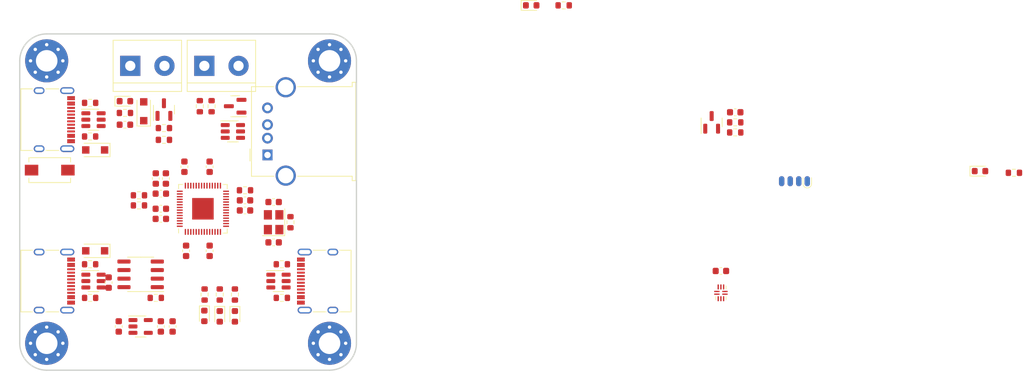
<source format=kicad_pcb>
(kicad_pcb (version 20211014) (generator pcbnew)
  (layers (0 "F.Cu" signal) (1 "In1.Cu" signal) (2 "In2.Cu" signal) (31 "B.Cu" signal) (34 "B.Paste" user) (35 "F.Paste" user) (36 "B.SilkS" user "B.Silkscreen") (37 "F.SilkS" user "F.Silkscreen") (38 "B.Mask" user) (39 "F.Mask" user) (44 "Edge.Cuts" user))
  (net 0 "")
  (net 1 "Net-(U1-Pad20)")
  (net 2 "GND")
  (net 3 "Net-(C6-Pad1)")
  (net 4 "+5V")
  (net 5 "+3V3")
  (net 14 "Net-(U1-Pad21)")
  (net 15 "+1V1")
  (net 16 "/SWCLK")
  (net 17 "/SWD")
  (net 18 "/~{RST}")
  (net 23 "Net-(U1-Pad46)")
  (net 24 "Net-(U1-Pad47)")
  (net 25 "Net-(U2-Pad7)")
  (net 26 "Net-(U1-Pad52)")
  (net 27 "Net-(U1-Pad53)")
  (net 28 "Net-(U2-Pad3)")
  (net 29 "Net-(U1-Pad55)")
  (net 30 "Net-(U1-Pad56)")
  (net 32 "Net-(J2-PadA7)")
  (net 33 "Net-(J2-PadA6)")
  (net 34 "/DUT_USB_D-")
  (net 35 "/DUT_USB_D+")
  (net 36 "Net-(J3-PadA7)")
  (net 37 "Net-(J3-PadA6)")
  (net 38 "/USB_D+")
  (net 39 "/USB_D-")
  (net 40 "/DUT_USB_S")
  (net 41 "/~{DUT_USB_OE}")
  (net 42 "Net-(J4-PadA7)")
  (net 43 "Net-(J4-PadA6)")
  (net 44 "Net-(J5-Pad3)")
  (net 45 "Net-(J5-Pad2)")
  (net 46 "Net-(D5-Pad2)")
  (net 47 "Net-(D6-Pad1)")
  (net 48 "Net-(D7-Pad1)")
  (net 49 "Net-(U1-Pad17)")
  (net 50 "Net-(D8-Pad1)")
  (net 51 "Net-(U1-Pad18)")
  (net 52 "Net-(D9-Pad1)")
  (net 53 "Net-(U1-Pad27)")
  (net 54 "Net-(D10-Pad1)")
  (net 55 "Net-(D10-Pad2)")
  (net 56 "/SENSE2")
  (net 57 "/SENSE1")
  (net 58 "Net-(D14-Pad1)")
  (net 62 "Net-(J2-PadA5)")
  (net 64 "Net-(J2-PadB5)")
  (net 66 "Net-(J3-PadA5)")
  (net 68 "Net-(J3-PadB5)")
  (net 70 "Net-(J4-PadA5)")
  (net 72 "Net-(J4-PadB5)")
  (net 74 "Net-(J8-Pad1)")
  (net 75 "Net-(Q1-Pad1)")
  (net 76 "/OUT1")
  (net 77 "/OUT2")
  (net 78 "Net-(U7-Pad4)")
  (net 79 "Net-(U7-Pad6)")
  (net 80 "/VBUS_SENSE")
  (net 81 "Net-(J3-PadA4)")
  (net 82 "VBUS")
  (net 83 "Net-(U6-Pad1)")
  (net 84 "Net-(U6-Pad7)")
  (footprint "MountingHole:MountingHole_3.2mm_M3_Pad_Via" (layer "F.Cu") (at 158.21 75)
    (fp_text reference "H1" hide)
    (fp_text value "MountingHole_Pad")
    (pad "1" thru_hole circle (at -2.4 0) (size 0.8 0.8) (drill 0.5) (layers *.Cu *.Mask))
    (pad "1" thru_hole circle (at 2.4 0) (size 0.8 0.8) (drill 0.5) (layers *.Cu *.Mask))
    (pad "1" thru_hole circle (at -1.697056 1.697056) (size 0.8 0.8) (drill 0.5) (layers *.Cu *.Mask))
    (pad "1" thru_hole circle (at -1.697056 -1.697056) (size 0.8 0.8) (drill 0.5) (layers *.Cu *.Mask))
    (pad "1" thru_hole circle (at 0 2.4) (size 0.8 0.8) (drill 0.5) (layers *.Cu *.Mask))
    (pad "1" thru_hole circle (at 1.697056 1.697056) (size 0.8 0.8) (drill 0.5) (layers *.Cu *.Mask))
    (pad "1" thru_hole circle (at 0 0) (size 6.4 6.4) (drill 3.2) (layers *.Cu *.Mask))
    (pad "1" thru_hole circle (at 0 -2.4) (size 0.8 0.8) (drill 0.5) (layers *.Cu *.Mask))
    (pad "1" thru_hole circle (at 1.697056 -1.697056) (size 0.8 0.8) (drill 0.5) (layers *.Cu *.Mask))
  )
  (footprint "Capacitor_SMD:C_0603_1608Metric" (layer "F.Cu") (at 136.66 90.75 90)
    (fp_text reference "C15" hide)
    (fp_text value "100n")
    (pad "1" smd roundrect (at -0.775 0 90) (size 0.9 0.95) (layers "F.Cu" "F.Paste" "F.Mask") (net 5 "+3V3"))
    (pad "2" smd roundrect (at 0.775 0 90) (size 0.9 0.95) (layers "F.Cu" "F.Paste" "F.Mask") (net 2 "GND"))
  )
  (footprint "Resistor_SMD:R_0603_1608Metric" (layer "F.Cu") (at 151.13 110.25 180)
    (fp_text reference "R10" hide)
    (fp_text value "22k")
    (pad "1" smd roundrect (at -0.825 0 180) (size 0.8 0.95) (layers "F.Cu" "F.Paste" "F.Mask") (net 70 "Net-(J4-PadA5)"))
    (pad "2" smd roundrect (at 0.825 0 180) (size 0.8 0.95) (layers "F.Cu" "F.Paste" "F.Mask") (net 82 "VBUS"))
  )
  (footprint "Resistor_SMD:R_0603_1608Metric" (layer "F.Cu") (at 259.85 91.65)
    (fp_text reference "R16" hide)
    (fp_text value "1k")
    (pad "1" smd roundrect (at -0.825 0) (size 0.8 0.95) (layers "F.Cu" "F.Paste" "F.Mask") (net 47 "Net-(D6-Pad1)"))
    (pad "2" smd roundrect (at 0.825 0) (size 0.8 0.95) (layers "F.Cu" "F.Paste" "F.Mask") (net 2 "GND"))
  )
  (footprint "Resistor_SMD:R_0603_1608Metric" (layer "F.Cu") (at 132.41 110.25)
    (fp_text reference "R5" hide)
    (fp_text value "10k")
    (pad "1" smd roundrect (at -0.825 0) (size 0.8 0.95) (layers "F.Cu" "F.Paste" "F.Mask") (net 5 "+3V3"))
    (pad "2" smd roundrect (at 0.825 0) (size 0.8 0.95) (layers "F.Cu" "F.Paste" "F.Mask") (net 30 "Net-(U1-Pad56)"))
  )
  (footprint "Capacitor_SMD:C_0603_1608Metric" (layer "F.Cu") (at 145.66 95.75)
    (fp_text reference "C9" hide)
    (fp_text value "100n")
    (pad "1" smd roundrect (at -0.775 0) (size 0.9 0.95) (layers "F.Cu" "F.Paste" "F.Mask") (net 15 "+1V1"))
    (pad "2" smd roundrect (at 0.775 0) (size 0.9 0.95) (layers "F.Cu" "F.Paste" "F.Mask") (net 2 "GND"))
  )
  (footprint "Resistor_SMD:R_0603_1608Metric" (layer "F.Cu") (at 140.7 81.75 90)
    (fp_text reference "R27" hide)
    (fp_text value "10k")
    (pad "1" smd roundrect (at -0.825 0 90) (size 0.8 0.95) (layers "F.Cu" "F.Paste" "F.Mask") (net 57 "/SENSE1"))
    (pad "2" smd roundrect (at 0.825 0 90) (size 0.8 0.95) (layers "F.Cu" "F.Paste" "F.Mask") (net 74 "Net-(J8-Pad1)"))
  )
  (footprint "Resistor_SMD:R_0603_1608Metric" (layer "F.Cu") (at 151.13 105.25)
    (fp_text reference "R11" hide)
    (fp_text value "22k")
    (pad "1" smd roundrect (at -0.825 0) (size 0.8 0.95) (layers "F.Cu" "F.Paste" "F.Mask") (net 82 "VBUS"))
    (pad "2" smd roundrect (at 0.825 0) (size 0.8 0.95) (layers "F.Cu" "F.Paste" "F.Mask") (net 72 "Net-(J4-PadB5)"))
  )
  (footprint "Resistor_SMD:R_0603_1608Metric" (layer "F.Cu") (at 144.16 109.75 90)
    (fp_text reference "R19" hide)
    (fp_text value "1k")
    (pad "1" smd roundrect (at -0.825 0 90) (size 0.8 0.95) (layers "F.Cu" "F.Paste" "F.Mask") (net 52 "Net-(D9-Pad1)"))
    (pad "2" smd roundrect (at 0.825 0 90) (size 0.8 0.95) (layers "F.Cu" "F.Paste" "F.Mask") (net 2 "GND"))
  )
  (footprint "Capacitor_SMD:C_0603_1608Metric" (layer "F.Cu") (at 126.91 114.5 90)
    (fp_text reference "C1" hide)
    (fp_text value "1u")
    (pad "1" smd roundrect (at -0.775 0 90) (size 0.9 0.95) (layers "F.Cu" "F.Paste" "F.Mask") (net 2 "GND"))
    (pad "2" smd roundrect (at 0.775 0 90) (size 0.9 0.95) (layers "F.Cu" "F.Paste" "F.Mask") (net 4 "+5V"))
  )
  (footprint "TerminalBlock:TerminalBlock_bornier-2_P5.08mm" (layer "F.Cu") (at 128.62 75.75)
    (fp_text reference "J6" hide)
    (fp_text value "OUT1")
    (pad "1" thru_hole rect (at 0 0) (size 3 3) (drill 1.52) (layers *.Cu *.Mask) (net 58 "Net-(D14-Pad1)"))
    (pad "2" thru_hole circle (at 5.08 0) (size 3 3) (drill 1.52) (layers *.Cu *.Mask) (net 54 "Net-(D10-Pad1)"))
  )
  (footprint "Connector_USB:USB_C_Receptacle_XKB_U262-16XN-4BVC11" (layer "F.Cu") (at 157.63 107.75 90)
    (fp_text reference "J4" hide)
    (fp_text value "USB_C_2.0")
    (pad "" np_thru_hole circle (at -2.89 -2.605 90) (size 0.65 0.65) (drill 0.65) (layers *.Cu *.Mask))
    (pad "" np_thru_hole circle (at 2.89 -2.605 90) (size 0.65 0.65) (drill 0.65) (layers *.Cu *.Mask))
    (pad "A1" smd rect (at -3.35 -3.67 90) (size 0.3 1.15) (layers "F.Cu" "F.Paste" "F.Mask") (net 2 "GND"))
    (pad "A4" smd rect (at -2.55 -3.67 90) (size 0.3 1.15) (layers "F.Cu" "F.Paste" "F.Mask") (net 82 "VBUS"))
    (pad "A5" smd rect (at -1.25 -3.67 90) (size 0.3 1.15) (layers "F.Cu" "F.Paste" "F.Mask") (net 70 "Net-(J4-PadA5)"))
    (pad "A6" smd rect (at -0.25 -3.67 90) (size 0.3 1.15) (layers "F.Cu" "F.Paste" "F.Mask") (net 43 "Net-(J4-PadA6)"))
    (pad "A7" smd rect (at 0.25 -3.67 90) (size 0.3 1.15) (layers "F.Cu" "F.Paste" "F.Mask") (net 42 "Net-(J4-PadA7)"))
    (pad "A8" smd rect (at 1.25 -3.67 90) (size 0.3 1.15) (layers "F.Cu" "F.Paste" "F.Mask"))
    (pad "A9" smd rect (at 2.55 -3.67 90) (size 0.3 1.15) (layers "F.Cu" "F.Paste" "F.Mask") (net 82 "VBUS"))
    (pad "A12" smd rect (at 3.35 -3.67 90) (size 0.3 1.15) (layers "F.Cu" "F.Paste" "F.Mask") (net 2 "GND"))
    (pad "B1" smd rect (at 3.05 -3.67 90) (size 0.3 1.15) (layers "F.Cu" "F.Paste" "F.Mask") (net 2 "GND"))
    (pad "B4" smd rect (at 2.25 -3.67 90) (size 0.3 1.15) (layers "F.Cu" "F.Paste" "F.Mask") (net 82 "VBUS"))
    (pad "B5" smd rect (at 1.75 -3.67 90) (size 0.3 1.15) (layers "F.Cu" "F.Paste" "F.Mask") (net 72 "Net-(J4-PadB5)"))
    (pad "B6" smd rect (at 0.75 -3.67 90) (size 0.3 1.15) (layers "F.Cu" "F.Paste" "F.Mask") (net 43 "Net-(J4-PadA6)"))
    (pad "B7" smd rect (at -0.75 -3.67 90) (size 0.3 1.15) (layers "F.Cu" "F.Paste" "F.Mask") (net 42 "Net-(J4-PadA7)"))
    (pad "B8" smd rect (at -1.75 -3.67 90) (size 0.3 1.15) (layers "F.Cu" "F.Paste" "F.Mask"))
    (pad "B9" smd rect (at -2.25 -3.67 90) (size 0.3 1.15) (layers "F.Cu" "F.Paste" "F.Mask") (net 82 "VBUS"))
    (pad "B12" smd rect (at -3.05 -3.67 90) (size 0.3 1.15) (layers "F.Cu" "F.Paste" "F.Mask") (net 2 "GND"))
    (pad "S1" thru_hole oval (at 4.32 -3.105 90) (size 1 2.1) (drill oval 0.6 1.7) (layers *.Cu *.Mask) (net 2 "GND"))
    (pad "S1" thru_hole oval (at -4.32 -3.105 90) (size 1 2.1) (drill oval 0.6 1.7) (layers *.Cu *.Mask) (net 2 "GND"))
    (pad "S1" thru_hole oval (at 4.32 1.075 90) (size 1 1.6) (drill oval 0.6 1.2) (layers *.Cu *.Mask) (net 2 "GND"))
    (pad "S1" thru_hole oval (at -4.32 1.075 90) (size 1 1.6) (drill oval 0.6 1.2) (layers *.Cu *.Mask) (net 2 "GND"))
  )
  (footprint "Capacitor_SMD:C_0603_1608Metric" (layer "F.Cu") (at 133.16 94.75 180)
    (fp_text reference "C7" hide)
    (fp_text value "1u")
    (pad "1" smd roundrect (at -0.775 0 180) (size 0.9 0.95) (layers "F.Cu" "F.Paste" "F.Mask") (net 15 "+1V1"))
    (pad "2" smd roundrect (at 0.775 0 180) (size 0.9 0.95) (layers "F.Cu" "F.Paste" "F.Mask") (net 2 "GND"))
  )
  (footprint "Resistor_SMD:R_0603_1608Metric" (layer "F.Cu") (at 129.91 95)
    (fp_text reference "R9" hide)
    (fp_text value "27R4")
    (pad "1" smd roundrect (at -0.825 0) (size 0.8 0.95) (layers "F.Cu" "F.Paste" "F.Mask") (net 39 "/USB_D-"))
    (pad "2" smd roundrect (at 0.825 0) (size 0.8 0.95) (layers "F.Cu" "F.Paste" "F.Mask") (net 23 "Net-(U1-Pad46)"))
  )
  (footprint "Diode_SMD:D_SOD-123F" (layer "F.Cu") (at 123.41 88.25 180)
    (fp_text reference "D1" hide)
    (fp_text value "PMEG3020EH")
    (pad "1" smd rect (at -1.4 0 180) (size 1.1 1.1) (layers "F.Cu" "F.Paste" "F.Mask") (net 4 "+5V"))
    (pad "2" smd rect (at 1.4 0 180) (size 1.1 1.1) (layers "F.Cu" "F.Paste" "F.Mask") (net 81 "Net-(J3-PadA4)"))
  )
  (footprint "Package_DFN_QFN:UQFN-10_1.3x1.8mm_P0.4mm" (layer "F.Cu") (at 216.335 109.5)
    (fp_text reference "U6" hide)
    (fp_text value "FSUSB30UMX")
    (pad "1" smd roundrect (at -0.6 -0.2) (size 0.8 0.2) (layers "F.Cu" "F.Paste" "F.Mask") (net 83 "Net-(U6-Pad1)"))
    (pad "2" smd roundrect (at -0.6 0.2) (size 0.8 0.2) (layers "F.Cu" "F.Paste" "F.Mask") (net 78 "Net-(U7-Pad4)"))
    (pad "3" smd roundrect (at -0.4 0.875) (size 0.2 0.75) (layers "F.Cu" "F.Paste" "F.Mask") (net 35 "/DUT_USB_D+"))
    (pad "4" smd roundrect (at 0 0.875) (size 0.2 0.75) (layers "F.Cu" "F.Paste" "F.Mask") (net 2 "GND"))
    (pad "5" smd roundrect (at 0.4 0.875) (size 0.2 0.75) (layers "F.Cu" "F.Paste" "F.Mask") (net 34 "/DUT_USB_D-"))
    (pad "6" smd roundrect (at 0.6 0.2) (size 0.8 0.2) (layers "F.Cu" "F.Paste" "F.Mask") (net 79 "Net-(U7-Pad6)"))
    (pad "7" smd roundrect (at 0.6 -0.2) (size 0.8 0.2) (layers "F.Cu" "F.Paste" "F.Mask") (net 84 "Net-(U6-Pad7)"))
    (pad "8" smd roundrect (at 0.4 -0.875) (size 0.2 0.75) (layers "F.Cu" "F.Paste" "F.Mask") (net 41 "/~{DUT_USB_OE}"))
    (pad "9" smd roundrect (at 0 -0.875) (size 0.2 0.75) (layers "F.Cu" "F.Paste" "F.Mask") (net 5 "+3V3"))
    (pad "10" smd roundrect (at -0.4 -0.875) (size 0.2 0.75) (layers "F.Cu" "F.Paste" "F.Mask") (net 40 "/DUT_USB_S"))
  )
  (footprint "Resistor_SMD:R_0603_1608Metric" (layer "F.Cu") (at 122.66 86.25 180)
    (fp_text reference "R4" hide)
    (fp_text value "5k1")
    (pad "1" smd roundrect (at -0.825 0 180) (size 0.8 0.95) (layers "F.Cu" "F.Paste" "F.Mask") (net 81 "Net-(J3-PadA4)"))
    (pad "2" smd roundrect (at 0.825 0 180) (size 0.8 0.95) (layers "F.Cu" "F.Paste" "F.Mask") (net 68 "Net-(J3-PadB5)"))
  )
  (footprint "Capacitor_SMD:C_0603_1608Metric" (layer "F.Cu") (at 125.41 107.975 90)
    (fp_text reference "C4" hide)
    (fp_text value "100n")
    (pad "1" smd roundrect (at -0.775 0 90) (size 0.9 0.95) (layers "F.Cu" "F.Paste" "F.Mask") (net 5 "+3V3"))
    (pad "2" smd roundrect (at 0.775 0 90) (size 0.9 0.95) (layers "F.Cu" "F.Paste" "F.Mask") (net 2 "GND"))
  )
  (footprint "Resistor_SMD:R_0603_1608Metric" (layer "F.Cu") (at 122.66 105.25)
    (fp_text reference "R1" hide)
    (fp_text value "5k1")
    (pad "1" smd roundrect (at -0.825 0) (size 0.8 0.95) (layers "F.Cu" "F.Paste" "F.Mask") (net 62 "Net-(J2-PadA5)"))
    (pad "2" smd roundrect (at 0.825 0) (size 0.8 0.95) (layers "F.Cu" "F.Paste" "F.Mask") (net 82 "VBUS"))
  )
  (footprint "Capacitor_SMD:C_0603_1608Metric" (layer "F.Cu") (at 133.16 114.5 -90)
    (fp_text reference "C2" hide)
    (fp_text value "100n")
    (pad "1" smd roundrect (at -0.775 0 270) (size 0.9 0.95) (layers "F.Cu" "F.Paste" "F.Mask") (net 5 "+3V3"))
    (pad "2" smd roundrect (at 0.775 0 270) (size 0.9 0.95) (layers "F.Cu" "F.Paste" "F.Mask") (net 2 "GND"))
  )
  (footprint "Package_TO_SOT_SMD:SOT-23" (layer "F.Cu") (at 144.2 81.75 180)
    (fp_text reference "D13" hide)
    (fp_text value "BAV99")
    (pad "1" smd roundrect (at -0.9375 -0.95 180) (size 1.475 0.6) (layers "F.Cu" "F.Paste" "F.Mask") (net 2 "GND"))
    (pad "2" smd roundrect (at -0.9375 0.95 180) (size 1.475 0.6) (layers "F.Cu" "F.Paste" "F.Mask") (net 5 "+3V3"))
    (pad "3" smd roundrect (at 0.9375 0 180) (size 1.475 0.6) (layers "F.Cu" "F.Paste" "F.Mask") (net 57 "/SENSE1"))
  )
  (footprint "Resistor_SMD:R_0603_1608Metric" (layer "F.Cu") (at 218.46 84.15)
    (fp_text reference "R31" hide)
    (fp_text value "33k")
    (pad "1" smd roundrect (at -0.825 0) (size 0.8 0.95) (layers "F.Cu" "F.Paste" "F.Mask") (net 80 "/VBUS_SENSE"))
    (pad "2" smd roundrect (at 0.825 0) (size 0.8 0.95) (layers "F.Cu" "F.Paste" "F.Mask") (net 2 "GND"))
  )
  (footprint "Resistor_SMD:R_0603_1608Metric" (layer "F.Cu") (at 192.985 66.75)
    (fp_text reference "R15" hide)
    (fp_text value "1k")
    (pad "1" smd roundrect (at -0.825 0) (size 0.8 0.95) (layers "F.Cu" "F.Paste" "F.Mask") (net 46 "Net-(D5-Pad2)"))
    (pad "2" smd roundrect (at 0.825 0) (size 0.8 0.95) (layers "F.Cu" "F.Paste" "F.Mask") (net 5 "+3V3"))
  )
  (footprint "Package_TO_SOT_SMD:SOT-23" (layer "F.Cu") (at 133.62 82.25 90)
    (fp_text reference "Q1" hide)
    (fp_text value "IRLML0030")
    (pad "1" smd roundrect (at -0.9375 -0.95 90) (size 1.475 0.6) (layers "F.Cu" "F.Paste" "F.Mask") (net 75 "Net-(Q1-Pad1)"))
    (pad "2" smd roundrect (at -0.9375 0.95 90) (size 1.475 0.6) (layers "F.Cu" "F.Paste" "F.Mask") (net 2 "GND"))
    (pad "3" smd roundrect (at 0.9375 0 90) (size 1.475 0.6) (layers "F.Cu" "F.Paste" "F.Mask") (net 54 "Net-(D10-Pad1)"))
  )
  (footprint "Button_Switch_SMD:SW_SPST_EVQPE1" (layer "F.Cu") (at 116.66 91.25)
    (fp_text reference "SW1" hide)
    (fp_text value "USB BOOT")
    (pad "1" smd rect (at -2.7 0) (size 2 1.6) (layers "F.Cu" "F.Paste" "F.Mask") (net 2 "GND"))
    (pad "2" smd rect (at 2.7 0) (size 2 1.6) (layers "F.Cu" "F.Paste" "F.Mask") (net 30 "Net-(U1-Pad56)"))
  )
  (footprint "Connector_USB:USB_C_Receptacle_XKB_U262-16XN-4BVC11" (layer "F.Cu") (at 116.16 83.75 -90)
    (fp_text reference "J3" hide)
    (fp_text value "USB_C_Receptacle_USB2.0")
    (pad "" np_thru_hole circle (at 2.89 -2.605 270) (size 0.65 0.65) (drill 0.65) (layers *.Cu *.Mask))
    (pad "" np_thru_hole circle (at -2.89 -2.605 270) (size 0.65 0.65) (drill 0.65) (layers *.Cu *.Mask))
    (pad "A1" smd rect (at -3.35 -3.67 270) (size 0.3 1.15) (layers "F.Cu" "F.Paste" "F.Mask") (net 2 "GND"))
    (pad "A4" smd rect (at -2.55 -3.67 270) (size 0.3 1.15) (layers "F.Cu" "F.Paste" "F.Mask") (net 81 "Net-(J3-PadA4)"))
    (pad "A5" smd rect (at -1.25 -3.67 270) (size 0.3 1.15) (layers "F.Cu" "F.Paste" "F.Mask") (net 66 "Net-(J3-PadA5)"))
    (pad "A6" smd rect (at -0.25 -3.67 270) (size 0.3 1.15) (layers "F.Cu" "F.Paste" "F.Mask") (net 37 "Net-(J3-PadA6)"))
    (pad "A7" smd rect (at 0.25 -3.67 270) (size 0.3 1.15) (layers "F.Cu" "F.Paste" "F.Mask") (net 36 "Net-(J3-PadA7)"))
    (pad "A8" smd rect (at 1.25 -3.67 270) (size 0.3 1.15) (layers "F.Cu" "F.Paste" "F.Mask"))
    (pad "A9" smd rect (at 2.55 -3.67 270) (size 0.3 1.15) (layers "F.Cu" "F.Paste" "F.Mask") (net 81 "Net-(J3-PadA4)"))
    (pad "A12" smd rect (at 3.35 -3.67 270) (size 0.3 1.15) (layers "F.Cu" "F.Paste" "F.Mask") (net 2 "GND"))
    (pad "B1" smd rect (at 3.05 -3.67 270) (size 0.3 1.15) (layers "F.Cu" "F.Paste" "F.Mask") (net 2 "GND"))
    (pad "B4" smd rect (at 2.25 -3.67 270) (size 0.3 1.15) (layers "F.Cu" "F.Paste" "F.Mask") (net 81 "Net-(J3-PadA4)"))
    (pad "B5" smd rect (at 1.75 -3.67 270) (size 0.3 1.15) (layers "F.Cu" "F.Paste" "F.Mask") (net 68 "Net-(J3-PadB5)"))
    (pad "B6" smd rect (at 0.75 -3.67 270) (size 0.3 1.15) (layers "F.Cu" "F.Paste" "F.Mask") (net 37 "Net-(J3-PadA6)"))
    (pad "B7" smd rect (at -0.75 -3.67 270) (size 0.3 1.15) (layers "F.Cu" "F.Paste" "F.Mask") (net 36 "Net-(J3-PadA7)"))
    (pad "B8" smd rect (at -1.75 -3.67 270) (size 0.3 1.15) (layers "F.Cu" "F.Paste" "F.Mask"))
    (pad "B9" smd rect (at -2.25 -3.67 270) (size 0.3 1.15) (layers "F.Cu" "F.Paste" "F.Mask") (net 81 "Net-(J3-PadA4)"))
    (pad "B12" smd rect (at -3.05 -3.67 270) (size 0.3 1.15) (layers "F.Cu" "F.Paste" "F.Mask") (net 2 "GND"))
    (pad "S1" thru_hole oval (at 4.32 -3.105 270) (size 1 2.1) (drill oval 0.6 1.7) (layers *.Cu *.Mask) (net 2 "GND"))
    (pad "S1" thru_hole oval (at -4.32 1.075 270) (size 1 1.6) (drill oval 0.6 1.2) (layers *.Cu *.Mask) (net 2 "GND"))
    (pad "S1" thru_hole oval (at 4.32 1.075 270) (size 1 1.6) (drill oval 0.6 1.2) (layers *.Cu *.Mask) (net 2 "GND"))
    (pad "S1" thru_hole oval (at -4.32 -3.105 270) (size 1 2.1) (drill oval 0.6 1.7) (layers *.Cu *.Mask) (net 2 "GND"))
  )
  (footprint "LED_SMD:LED_0603_1608Metric" (layer "F.Cu") (at 144.16 113 -90)
    (fp_text reference "D9" hide)
    (fp_text value "LED")
    (pad "1" smd roundrect (at -0.7875 0 270) (size 0.875 0.95) (layers "F.Cu" "F.Paste" "F.Mask") (net 52 "Net-(D9-Pad1)"))
    (pad "2" smd roundrect (at 0.7875 0 270) (size 0.875 0.95) (layers "F.Cu" "F.Paste" "F.Mask") (net 53 "Net-(U1-Pad27)"))
  )
  (footprint "Resistor_SMD:R_0603_1608Metric" (layer "F.Cu") (at 141.91 109.75 90)
    (fp_text reference "R18" hide)
    (fp_text value "1k")
    (pad "1" smd roundrect (at -0.825 0 90) (size 0.8 0.95) (layers "F.Cu" "F.Paste" "F.Mask") (net 50 "Net-(D8-Pad1)"))
    (pad "2" smd roundrect (at 0.825 0 90) (size 0.8 0.95) (layers "F.Cu" "F.Paste" "F.Mask") (net 2 "GND"))
  )
  (footprint "Resistor_SMD:R_0603_1608Metric" (layer "F.Cu") (at 145.66 94.25)
    (fp_text reference "R6" hide)
    (fp_text value "10k")
    (pad "1" smd roundrect (at -0.825 0) (size 0.8 0.95) (layers "F.Cu" "F.Paste" "F.Mask") (net 18 "/~{RST}"))
    (pad "2" smd roundrect (at 0.825 0) (size 0.8 0.95) (layers "F.Cu" "F.Paste" "F.Mask") (net 5 "+3V3"))
  )
  (footprint "soicbite:SOIC_clipProgSmall" (layer "F.Cu") (at 227.26 93.65)
    (fp_text reference "J1" hide)
    (fp_text value "SOIC bite")
    (pad "" np_thru_hole circle locked (at 2.54 -1.905) (size 0.7 0.7) (drill 0.7) (layers *.Cu *.Mask))
    (pad "" np_thru_hole circle locked (at 0 -1.905) (size 0.7 0.7) (drill 0.7) (layers *.Cu *.Mask))
    (pad "" np_thru_hole circle locked (at 1.27 -1.905) (size 0.7 0.7) (drill 0.7) (layers *.Cu *.Mask))
    (pad "" np_thru_hole circle locked (at -2.54 -1.905) (size 0.7 0.7) (drill 0.7) (layers *.Cu *.Mask))
    (pad "" np_thru_hole circle locked (at -1.27 -1.905) (size 0.7 0.7) (drill 0.7) (layers *.Cu *.Mask))
    (pad "1" smd oval locked (at 1.905 -0.75) (size 0.8 1.5) (layers "F.Cu" "F.Mask") (net 5 "+3V3"))
    (pad "2" smd oval locked (at 0.635 -0.75) (size 0.8 1.5) (layers "F.Cu" "F.Mask"))
    (pad "3" smd oval locked (at -0.635 -0.75) (size 0.8 1.5) (layers "F.Cu" "F.Mask"))
    (pad "4" smd oval locked (at -1.905 -0.75) (size 0.8 1.5) (layers "F.Cu" "F.Mask") (net 2 "GND"))
    (pad "5" smd oval locked (at -1.905 -0.75) (size 0.8 1.5) (layers "B.Cu" "B.Mask") (net 17 "/SWD"))
    (pad "6" smd oval locked (at -0.635 -0.75) (size 0.8 1.5) (layers "B.Cu" "B.Mask"))
    (pad "7" smd oval locked (at 0.635 -0.75) (size 0.8 1.5) (layers "B.Cu" "B.Mask") (net 16 "/SWCLK"))
    (pad "8" smd oval locked (at 1.905 -0.75) (size 0.8 1.5) (layers "B.Cu" "B.Mask") (net 18 "/~{RST}"))
  )
  (footprint "Resistor_SMD:R_0603_1608Metric" (layer "F.Cu") (at 138.95 81.75 90)
    (fp_text reference "R29" hide)
    (fp_text value "DNP")
    (pad "1" smd roundrect (at -0.825 0 90) (size 0.8 0.95) (layers "F.Cu" "F.Paste" "F.Mask") (net 5 "+3V3"))
    (pad "2" smd roundrect (at 0.825 0 90) (size 0.8 0.95) (layers "F.Cu" "F.Paste" "F.Mask") (net 74 "Net-(J8-Pad1)"))
  )
  (footprint "Diode_SMD:D_SOD-123F" (layer "F.Cu") (at 123.41 103.25 180)
    (fp_text reference "D2" hide)
    (fp_text value "PMEG3020EH")
    (pad "1" smd rect (at -1.4 0 180) (size 1.1 1.1) (layers "F.Cu" "F.Paste" "F.Mask") (net 4 "+5V"))
    (pad "2" smd rect (at 1.4 0 180) (size 1.1 1.1) (layers "F.Cu" "F.Paste" "F.Mask") (net 82 "VBUS"))
  )
  (footprint "Resistor_SMD:R_0603_1608Metric" (layer "F.Cu") (at 122.66 81.25)
    (fp_text reference "R3" hide)
    (fp_text value "5k1")
    (pad "1" smd roundrect (at -0.825 0) (size 0.8 0.95) (layers "F.Cu" "F.Paste" "F.Mask") (net 66 "Net-(J3-PadA5)"))
    (pad "2" smd roundrect (at 0.825 0) (size 0.8 0.95) (layers "F.Cu" "F.Paste" "F.Mask") (net 81 "Net-(J3-PadA4)"))
  )
  (footprint "Capacitor_SMD:C_0603_1608Metric" (layer "F.Cu") (at 140.41 90.75 90)
    (fp_text reference "C14" hide)
    (fp_text value "100n")
    (pad "1" smd roundrect (at -0.775 0 90) (size 0.9 0.95) (layers "F.Cu" "F.Paste" "F.Mask") (net 5 "+3V3"))
    (pad "2" smd roundrect (at 0.775 0 90) (size 0.9 0.95) (layers "F.Cu" "F.Paste" "F.Mask") (net 2 "GND"))
  )
  (footprint "Package_TO_SOT_SMD:SOT-23-6" (layer "F.Cu") (at 143.86 85.5)
    (fp_text reference "U8" hide)
    (fp_text value "USBLC6-2SC6")
    (pad "1" smd roundrect (at -1.1375 -0.95) (size 1.325 0.6) (layers "F.Cu" "F.Paste" "F.Mask") (net 83 "Net-(U6-Pad1)"))
    (pad "2" smd roundrect (at -1.1375 0) (size 1.325 0.6) (layers "F.Cu" "F.Paste" "F.Mask") (net 82 "VBUS"))
    (pad "3" smd roundrect (at -1.1375 0.95) (size 1.325 0.6) (layers "F.Cu" "F.Paste" "F.Mask") (net 84 "Net-(U6-Pad7)"))
    (pad "4" smd roundrect (at 1.1375 0.95) (size 1.325 0.6) (layers "F.Cu" "F.Paste" "F.Mask") (net 45 "Net-(J5-Pad2)"))
    (pad "5" smd roundrect (at 1.1375 0) (size 1.325 0.6) (layers "F.Cu" "F.Paste" "F.Mask") (net 2 "GND"))
    (pad "6" smd roundrect (at 1.1375 -0.95) (size 1.325 0.6) (layers "F.Cu" "F.Paste" "F.Mask") (net 44 "Net-(J5-Pad3)"))
  )
  (footprint "MountingHole:MountingHole_3.2mm_M3_Pad_Via" (layer "F.Cu") (at 116.21 117)
    (fp_text reference "H4" hide)
    (fp_text value "MountingHole_Pad")
    (pad "1" thru_hole circle (at 0 0) (size 6.4 6.4) (drill 3.2) (layers *.Cu *.Mask))
    (pad "1" thru_hole circle (at 0 -2.4) (size 0.8 0.8) (drill 0.5) (layers *.Cu *.Mask))
    (pad "1" thru_hole circle (at 2.4 0) (size 0.8 0.8) (drill 0.5) (layers *.Cu *.Mask))
    (pad "1" thru_hole circle (at -1.697056 1.697056) (size 0.8 0.8) (drill 0.5) (layers *.Cu *.Mask))
    (pad "1" thru_hole circle (at 0 2.4) (size 0.8 0.8) (drill 0.5) (layers *.Cu *.Mask))
    (pad "1" thru_hole circle (at 1.697056 -1.697056) (size 0.8 0.8) (drill 0.5) (layers *.Cu *.Mask))
    (pad "1" thru_hole circle (at -2.4 0) (size 0.8 0.8) (drill 0.5) (layers *.Cu *.Mask))
    (pad "1" thru_hole circle (at -1.697056 -1.697056) (size 0.8 0.8) (drill 0.5) (layers *.Cu *.Mask))
    (pad "1" thru_hole circle (at 1.697056 1.697056) (size 0.8 0.8) (drill 0.5) (layers *.Cu *.Mask))
  )
  (footprint "MountingHole:MountingHole_3.2mm_M3_Pad_Via" (layer "F.Cu") (at 116.21 75)
    (fp_text reference "H3" hide)
    (fp_text value "MountingHole_Pad")
    (pad "1" thru_hole circle (at -2.4 0) (size 0.8 0.8) (drill 0.5) (layers *.Cu *.Mask))
    (pad "1" thru_hole circle (at 1.697056 1.697056) (size 0.8 0.8) (drill 0.5) (layers *.Cu *.Mask))
    (pad "1" thru_hole circle (at -1.697056 1.697056) (size 0.8 0.8) (drill 0.5) (layers *.Cu *.Mask))
    (pad "1" thru_hole circle (at 1.697056 -1.697056) (size 0.8 0.8) (drill 0.5) (layers *.Cu *.Mask))
    (pad "1" thru_hole circle (at 2.4 0) (size 0.8 0.8) (drill 0.5) (layers *.Cu *.Mask))
    (pad "1" thru_hole circle (at -1.697056 -1.697056) (size 0.8 0.8) (drill 0.5) (layers *.Cu *.Mask))
    (pad "1" thru_hole circle (at 0 -2.4) (size 0.8 0.8) (drill 0.5) (layers *.Cu *.Mask))
    (pad "1" thru_hole circle (at 0 2.4) (size 0.8 0.8) (drill 0.5) (layers *.Cu *.Mask))
    (pad "1" thru_hole circle (at 0 0) (size 6.4 6.4) (drill 3.2) (layers *.Cu *.Mask))
  )
  (footprint "TerminalBlock:TerminalBlock_bornier-2_P5.08mm" (layer "F.Cu") (at 139.62 75.75)
    (fp_text reference "J8" hide)
    (fp_text value "SENSE1")
    (pad "1" thru_hole rect (at 0 0) (size 3 3) (drill 1.52) (layers *.Cu *.Mask) (net 74 "Net-(J8-Pad1)"))
    (pad "2" thru_hole circle (at 5.08 0) (size 3 3) (drill 1.52) (layers *.Cu *.Mask) (net 2 "GND"))
  )
  (footprint "Package_TO_SOT_SMD:SOT-23-6" (layer "F.Cu") (at 150.63 107.75)
    (fp_text reference "U7" hide)
    (fp_text value "USBLC6-2SC6")
    (pad "1" smd roundrect (at -1.1375 -0.95) (size 1.325 0.6) (layers "F.Cu" "F.Paste" "F.Mask") (net 42 "Net-(J4-PadA7)"))
    (pad "2" smd roundrect (at -1.1375 0) (size 1.325 0.6) (layers "F.Cu" "F.Paste" "F.Mask") (net 2 "GND"))
    (pad "3" smd roundrect (at -1.1375 0.95) (size 1.325 0.6) (layers "F.Cu" "F.Paste" "F.Mask") (net 43 "Net-(J4-PadA6)"))
    (pad "4" smd roundrect (at 1.1375 0.95) (size 1.325 0.6) (layers "F.Cu" "F.Paste" "F.Mask") (net 78 "Net-(U7-Pad4)"))
    (pad "5" smd roundrect (at 1.1375 0) (size 1.325 0.6) (layers "F.Cu" "F.Paste" "F.Mask") (net 82 "VBUS"))
    (pad "6" smd roundrect (at 1.1375 -0.95) (size 1.325 0.6) (layers "F.Cu" "F.Paste" "F.Mask") (net 79 "Net-(U7-Pad6)"))
  )
  (footprint "Capacitor_SMD:C_0603_1608Metric" (layer "F.Cu") (at 133.91 92.5 90)
    (fp_text reference "C17" hide)
    (fp_text value "1u")
    (pad "1" smd roundrect (at -0.775 0 90) (size 0.9 0.95) (layers "F.Cu" "F.Paste" "F.Mask") (net 5 "+3V3"))
    (pad "2" smd roundrect (at 0.775 0 90) (size 0.9 0.95) (layers "F.Cu" "F.Paste" "F.Mask") (net 2 "GND"))
  )
  (footprint "Capacitor_SMD:C_0603_1608Metric" (layer "F.Cu") (at 149.91 96)
    (fp_text reference "C5" hide)
    (fp_text value "10p")
    (pad "1" smd roundrect (at -0.775 0) (size 0.9 0.95) (layers "F.Cu" "F.Paste" "F.Mask") (net 1 "Net-(U1-Pad20)"))
    (pad "2" smd roundrect (at 0.775 0) (size 0.9 0.95) (layers "F.Cu" "F.Paste" "F.Mask") (net 2 "GND"))
  )
  (footprint "Package_TO_SOT_SMD:SOT-23-6" (layer "F.Cu") (at 123.16 83.75)
    (fp_text reference "U4" hide)
    (fp_text value "USBLC6-2SC6")
    (pad "1" smd roundrect (at -1.1375 -0.95) (size 1.325 0.6) (layers "F.Cu" "F.Paste" "F.Mask") (net 36 "Net-(J3-PadA7)"))
    (pad "2" smd roundrect (at -1.1375 0) (size 1.325 0.6) (layers "F.Cu" "F.Paste" "F.Mask") (net 2 "GND"))
    (pad "3" smd roundrect (at -1.1375 0.95) (size 1.325 0.6) (layers "F.Cu" "F.Paste" "F.Mask") (net 37 "Net-(J3-PadA6)"))
    (pad "4" smd roundrect (at 1.1375 0.95) (size 1.325 0.6) (layers "F.Cu" "F.Paste" "F.Mask") (net 38 "/USB_D+"))
    (pad "5" smd roundrect (at 1.1375 0) (size 1.325 0.6) (layers "F.Cu" "F.Paste" "F.Mask") (net 81 "Net-(J3-PadA4)"))
    (pad "6" smd roundrect (at 1.1375 -0.95) (size 1.325 0.6) (layers "F.Cu" "F.Paste" "F.Mask") (net 39 "/USB_D-"))
  )
  (footprint "Connector_USB:USB_A_Molex_67643_Horizontal" (layer "F.Cu") (at 149 89 90)
    (fp_text reference "J5" hide)
    (fp_text value "USB_A")
    (pad "1" thru_hole rect (at 0 0 90) (size 1.6 1.5) (drill 0.95) (layers *.Cu *.Mask) (net 82 "VBUS"))
    (pad "2" thru_hole circle (at 2.5 0 90) (size 1.6 1.6) (drill 0.95) (layers *.Cu *.Mask) (net 45 "Net-(J5-Pad2)"))
    (pad "3" thru_hole circle (at 4.5 0 90) (size 1.6 1.6) (drill 0.95) (layers *.Cu *.Mask) (net 44 "Net-(J5-Pad3)"))
    (pad "4" thru_hole circle (at 7 0 90) (size 1.6 1.6) (drill 0.95) (layers *.Cu *.Mask) (net 2 "GND"))
    (pad "5" thru_hole circle (at 10.07 2.71 90) (size 3 3) (drill 2.3) (layers *.Cu *.Mask) (net 2 "GND"))
    (pad "5" thru_hole circle (at -3.07 2.71 90) (size 3 3) (drill 2.3) (layers *.Cu *.Mask) (net 2 "GND"))
  )
  (footprint "Capacitor_SMD:C_0603_1608Metric" (layer "F.Cu") (at 145.66 97.25)
    (fp_text reference "C13" hide)
    (fp_text value "100n")
    (pad "1" smd roundrect (at -0.775 0) (size 0.9 0.95) (layers "F.Cu" "F.Paste" "F.Mask") (net 5 "+3V3"))
    (pad "2" smd roundrect (at 0.775 0) (size 0.9 0.95) (layers "F.Cu" "F.Paste" "F.Mask") (net 2 "GND"))
  )
  (footprint "Resistor_SMD:R_0603_1608Metric" (layer "F.Cu") (at 133.62 86.75 180)
    (fp_text reference "R20" hide)
    (fp_text value "10k")
    (pad "1" smd roundrect (at -0.825 0 180) (size 0.8 0.95) (layers "F.Cu" "F.Paste" "F.Mask") (net 76 "/OUT1"))
    (pad "2" smd roundrect (at 0.825 0 180) (size 0.8 0.95) (layers "F.Cu" "F.Paste" "F.Mask") (net 2 "GND"))
  )
  (footprint "Capacitor_SMD:C_0603_1608Metric" (layer "F.Cu") (at 136.91 103.25 -90)
    (fp_text reference "C11" hide)
    (fp_text value "100n")
    (pad "1" smd roundrect (at -0.775 0 270) (size 0.9 0.95) (layers "F.Cu" "F.Paste" "F.Mask") (net 5 "+3V3"))
    (pad "2" smd roundrect (at 0.775 0 270) (size 0.9 0.95) (layers "F.Cu" "F.Paste" "F.Mask") (net 2 "GND"))
  )
  (footprint "LED_SMD:LED_0603_1608Metric" (layer "F.Cu") (at 188.16 66.75)
    (fp_text reference "D5" hide)
    (fp_text value "LED")
    (pad "1" smd roundrect (at -0.7875 0) (size 0.875 0.95) (layers "F.Cu" "F.Paste" "F.Mask") (net 40 "/DUT_USB_S"))
    (pad "2" smd roundrect (at 0.7875 0) (size 0.875 0.95) (layers "F.Cu" "F.Paste" "F.Mask") (net 46 "Net-(D5-Pad2)"))
  )
  (footprint "Diode_SMD:D_SOD-123F" (layer "F.Cu") (at 130.62 82.5 90)
    (fp_text reference "D14" hide)
    (fp_text value "PMEG3020EH")
    (pad "1" smd rect (at -1.4 0 90) (size 1.1 1.1) (layers "F.Cu" "F.Paste" "F.Mask") (net 58 "Net-(D14-Pad1)"))
    (pad "2" smd rect (at 1.4 0 90) (size 1.1 1.1) (layers "F.Cu" "F.Paste" "F.Mask") (net 54 "Net-(D10-Pad1)"))
  )
  (footprint "Fuse:Fuse_0603_1608Metric" (layer "F.Cu") (at 127.83 84.5)
    (fp_text reference "F1" hide)
    (fp_text value "1A")
    (pad "1" smd roundrect (at -0.7875 0) (size 0.875 0.95) (layers "F.Cu" "F.Paste" "F.Mask") (net 4 "+5V"))
    (pad "2" smd roundrect (at 0.7875 0) (size 0.875 0.95) (layers "F.Cu" "F.Paste" "F.Mask") (net 58 "Net-(D14-Pad1)"))
  )
  (footprint "Resistor_SMD:R_0603_1608Metric" (layer "F.Cu") (at 122.66 110.25 180)
    (fp_text reference "R2" hide)
    (fp_text value "5k1")
    (pad "1" smd roundrect (at -0.825 0 180) (size 0.8 0.95) (layers "F.Cu" "F.Paste" "F.Mask") (net 82 "VBUS"))
    (pad "2" smd roundrect (at 0.825 0 180) (size 0.8 0.95) (layers "F.Cu" "F.Paste" "F.Mask") (net 64 "Net-(J2-PadB5)"))
  )
  (footprint "Resistor_SMD:R_0603_1608Metric" (layer "F.Cu") (at 127.83 82.75)
    (fp_text reference "R24" hide)
    (fp_text value "4k7")
    (pad "1" smd roundrect (at -0.825 0) (size 0.8 0.95) (layers "F.Cu" "F.Paste" "F.Mask") (net 4 "+5V"))
    (pad "2" smd roundrect (at 0.825 0) (size 0.8 0.95) (layers "F.Cu" "F.Paste" "F.Mask") (net 55 "Net-(D10-Pad2)"))
  )
  (footprint "Package_DFN_QFN:QFN-56-1EP_7x7mm_P0.4mm_EP3.2x3.2mm" (layer "F.Cu") (at 139.41 97 90)
    (fp_text reference "U1" hide)
    (fp_text value "RP2040")
    (pad "1" smd roundrect locked (at -3.4375 -2.6 90) (size 0.875 0.2) (layers "F.Cu" "F.Paste" "F.Mask") (net 5 "+3V3"))
    (pad "2" smd roundrect locked (at -3.4375 -2.2 90) (size 0.875 0.2) (layers "F.Cu" "F.Paste" "F.Mask") (net 76 "/OUT1"))
    (pad "3" smd roundrect locked (at -3.4375 -1.8 90) (size 0.875 0.2) (layers "F.Cu" "F.Paste" "F.Mask") (net 77 "/OUT2"))
    (pad "4" smd roundrect locked (at -3.4375 -1.4 90) (size 0.875 0.2) (layers "F.Cu" "F.Paste" "F.Mask"))
    (pad "5" smd roundrect locked (at -3.4375 -1 90) (size 0.875 0.2) (layers "F.Cu" "F.Paste" "F.Mask"))
    (pad "6" smd roundrect locked (at -3.4375 -0.6 90) (size 0.875 0.2) (layers "F.Cu" "F.Paste" "F.Mask"))
    (pad "7" smd roundrect locked (at -3.4375 -0.2 90) (size 0.875 0.2) (layers "F.Cu" "F.Paste" "F.Mask"))
    (pad "8" smd roundrect locked (at -3.4375 0.2 90) (size 0.875 0.2) (layers "F.Cu" "F.Paste" "F.Mask"))
    (pad "9" smd roundrect locked (at -3.4375 0.6 90) (size 0.875 0.2) (layers "F.Cu" "F.Paste" "F.Mask"))
    (pad "10" smd roundrect locked (at -3.4375 1 90) (size 0.875 0.2) (layers "F.Cu" "F.Paste" "F.Mask") (net 5 "+3V3"))
    (pad "11" smd roundrect locked (at -3.4375 1.4 90) (size 0.875 0.2) (layers "F.Cu" "F.Paste" "F.Mask") (net 41 "/~{DUT_USB_OE}"))
    (pad "12" smd roundrect locked (at -3.4375 1.8 90) (size 0.875 0.2) (layers "F.Cu" "F.Paste" "F.Mask") (net 40 "/DUT_USB_S"))
    (pad "13" smd roundrect locked (at -3.4375 2.2 90) (size 0.875 0.2) (layers "F.Cu" "F.Paste" "F.Mask") (net 35 "/DUT_USB_D+"))
    (pad "14" smd roundrect locked (at -3.4375 2.6 90) (size 0.875 0.2) (layers "F.Cu" "F.Paste" "F.Mask") (net 34 "/DUT_USB_D-"))
    (pad "15" smd roundrect locked (at -2.6 3.4375 90) (size 0.2 0.875) (layers "F.Cu" "F.Paste" "F.Mask"))
    (pad "16" smd roundrect locked (at -2.2 3.4375 90) (size 0.2 0.875) (layers "F.Cu" "F.Paste" "F.Mask"))
    (pad "17" smd roundrect locked (at -1.8 3.4375 90) (size 0.2 0.875) (layers "F.Cu" "F.Paste" "F.Mask") (net 49 "Net-(U1-Pad17)"))
    (pad "18" smd roundrect locked (at -1.4 3.4375 90) (size 0.2 0.875) (layers "F.Cu" "F.Paste" "F.Mask") (net 51 "Net-(U1-Pad18)"))
    (pad "19" smd roundrect locked (at -1 3.4375 90) (size 0.2 0.875) (layers "F.Cu" "F.Paste" "F.Mask") (net 2 "GND"))
    (pad "20" smd roundrect locked (at -0.6 3.4375 90) (size 0.2 0.875) (layers "F.Cu" "F.Paste" "F.Mask") (net 1 "Net-(U1-Pad20)"))
    (pad "21" smd roundrect locked (at -0.2 3.4375 90) (size 0.2 0.875) (layers "F.Cu" "F.Paste" "F.Mask") (net 14 "Net-(U1-Pad21)"))
    (pad "22" smd roundrect locked (at 0.2 3.4375 90) (size 0.2 0.875) (layers "F.Cu" "F.Paste" "F.Mask") (net 5 "+3V3"))
    (pad "23" smd roundrect locked (at 0.6 3.4375 90) (size 0.2 0.875) (layers "F.Cu" "F.Paste" "F.Mask") (net 15 "+1V1"))
    (pad "24" smd roundrect locked (at 1 3.4375 90) (size 0.2 0.875) (layers "F.Cu" "F.Paste" "F.Mask") (net 16 "/SWCLK"))
    (pad "25" smd roundrect locked (at 1.4 3.4375 90) (size 0.2 0.875) (layers "F.Cu" "F.Paste" "F.Mask") (net 17 "/SWD"))
    (pad "26" smd roundrect locked (at 1.8 3.4375 90) (size 0.2 0.875) (layers "F.Cu" "F.Paste" "F.Mask") (net 18 "/~{RST}"))
    (pad "27" smd roundrect locked (at 2.2 3.4375 90) (size 0.2 0.875) (layers "F.Cu" "F.Paste" "F.Mask") (net 53 "Net-(U1-Pad27)"))
    (pad "28" smd roundrect locked (at 2.6 3.4375 90) (size 0.2 0.875) (layers "F.Cu" "F.Paste" "F.Mask"))
    (pad "29" smd roundrect locked (at 3.4375 2.6 90) (size 0.875 0.2) (layers "F.Cu" "F.Paste" "F.Mask"))
    (pad "30" smd roundrect locked (at 3.4375 2.2 90) (size 0.875 0.2) (layers "F.Cu" "F.Paste" "F.Mask"))
    (pad "31" smd roundrect locked (at 3.4375 1.8 90) (size 0.875 0.2) (layers "F.Cu" "F.Paste" "F.Mask"))
    (pad "32" smd roundrect locked (at 3.4375 1.4 90) (size 0.875 0.2) (layers "F.Cu" "F.Paste" "F.Mask"))
    (pad "33" smd roundrect locked (at 3.4375 1 90) (size 0.875 0.2) (layers "F.Cu" "F.Paste" "F.Mask") (net 5 "+3V3"))
    (pad "34" smd roundrect locked (at 3.4375 0.6 90) (size 0.875 0.2) (layers "F.Cu" "F.Paste" "F.Mask"))
    (pad "35" smd roundrect locked (at 3.4375 0.2 90) (size 0.875 0.2) (layers "F.Cu" "F.Paste" "F.Mask"))
    (pad "36" smd roundrect locked (at 3.4375 -0.2 90) (size 0.875 0.2) (layers "F.Cu" "F.Paste" "F.Mask"))
    (pad "37" smd roundrect locked (at 3.4375 -0.6 90) (size 0.875 0.2) (layers "F.Cu" "F.Paste" "F.Mask"))
    (pad "38" smd roundrect locked (at 3.4375 -1 90) (size 0.875 0.2) (layers "F.Cu" "F.Paste" "F.Mask") (net 57 "/SENSE1"))
    (pad "39" smd roundrect locked (at 3.4375 -1.4 90) (size 0.875 0.2) (layers "F.Cu" "F.Paste" "F.Mask") (net 56 "/SENSE2"))
    (pad "40" smd roundrect locked (at 3.4375 -1.8 90) (size 0.875 0.2) (layers "F.Cu" "F.Paste" "F.Mask") (net 80 "/VBUS_SENSE"))
    (pad "41" smd roundrect locked (at 3.4375 -2.2 90) (size 0.875 0.2) (layers "F.Cu" "F.Paste" "F.Mask"))
    (pad "42" smd roundrect locked (at 3.4375 -2.6 90) (size 0.875 0.2) (layers "F.Cu" "F.Paste" "F.Mask") (net 5 "+3V3"))
    (pad "43" smd roundrect locked (at 2.6 -3.4375 90) (size 0.2 0.875) (layers "F.Cu" "F.Paste" "F.Mask") (net 5 "+3V3"))
    (pad "44" smd roundrect locked (at 2.2 -3.4375 90) (size 0.2 0.875) (layers "F.Cu" "F.Paste" "F.Mask") (net 5 "+3V3"))
    (pad "45" smd roundrect locked (at 1.8 -3.4375 90) (size 0.2 0.875) (layers "F.Cu" "F.Paste" "F.Mask") (net 15 "+1V1"))
    (pad "46" smd roundrect locked (at 1.4 -3.4375 90) (size 0.2 0.875) (layers "F.Cu" "F.Paste" "F.Mask") (net 23 "Net-(U1-Pad46)"))
    (pad "47" smd roundrect locked (at 1 -3.4375 90) (size 0.2 0.875) (layers "F.Cu" "F.Paste" "F.Mask") (net 24 "Net-(U1-Pad47)"))
    (pad "48" smd roundrect locked (at 0.6 -3.4375 90) (size 0.2 0.875) (layers "F.Cu" "F.Paste" "F.Mask") (net 5 "+3V3"))
    (pad "49" smd roundrect locked (at 0.2 -3.4375 90) (size 0.2 0.875) (layers "F.Cu" "F.Paste" "F.Mask") (net 5 "+3V3"))
    (pad "50" smd roundrect locked (at -0.2 -3.4375 90) (size 0.2 0.875) (layers "F.Cu" "F.Paste" "F.Mask") (net 15 "+1V1"))
    (pad "51" smd roundrect locked (at -0.6 -3.4375 90) (size 0.2 0.875) (layers "F.Cu" "F.Paste" "F.Mask") (net 25 "Net-(U2-Pad7)"))
    (pad "52" smd roundrect locked (at -1 -3.4375 90) (size 0.2 0.875) (layers "F.Cu" "F.Paste" "F.Mask") (net 26 "Net-(U1-Pad52)"))
    (pad "53" smd roundrect locked (at -1.4 -3.4375 90) (size 0.2 0.875) (layers "F.Cu" "F.Paste" "F.Mask") (net 27 "Net-(U1-Pad53)"))
    (pad "54" smd roundrect locked (at -1.8 -3.4375 90) (size 0.2 0.875) (layers "F.Cu" "F.Paste" "F.Mask") (net 28 "Net-(U2-Pad3)"))
    (pad "55" smd roundrect locked (at -2.2 -3.4375 90) (size 0.2 0.875) (layers "F.Cu" "F.Paste" "F.Mask") (net 29 "Net-(U1-Pad55)"))
    (pad "56" smd roundrect locked (at -2.6 -3.4375 90) (size 0.2 0.875) (layers "F.Cu" "F.Paste" "F.Mask") (net 30 "Net-(U1-Pad56)"))
    (pad "57" smd rect locked (at 0 0 90) (size 3.2 3.2) (layers "F.Cu" "F.Mask") (net 2 "GND"))
  )
  (footprint "LED_SMD:LED_0603_1608Metric" (layer "F.Cu") (at 141.91 113 -90)
    (fp_text reference "D8" hide)
    (fp_text value "LED")
    (pad "1" smd roundrect (at -0.7875 0 270) (size 0.875 0.95) (layers "F.Cu" "F.Paste" "F.Mask") (net 50 "Net-(D8-Pad1)"))
    (pad "2" smd roundrect (at 0.7875 0 270) (size 0.875 0.95) (layers "F.Cu" "F.Paste" "F.Mask") (net 51 "Net-(U1-Pad18)"))
  )
  (footprint "Capacitor_SMD:C_0603_1608Metric" (layer "F.Cu") (at 134.91 114.5 -90)
    (fp_text reference "C3" hide)
    (fp_text value "1u")
    (pad "1" smd roundrect (at -0.775 0 270) (size 0.9 0.95) (layers "F.Cu" "F.Paste" "F.Mask") (net 5 "+3V3"))
    (pad "2" smd roundrect (at 0.775 0 270) (size 0.9 0.95) (layers "F.Cu" "F.Paste" "F.Mask") (net 2 "GND"))
  )
  (footprint "Capacitor_SMD:C_0603_1608Metric" (layer "F.Cu") (at 132.41 92.5 90)
    (fp_text reference "C16" hide)
    (fp_text value "100n")
    (pad "1" smd roundrect (at -0.775 0 90) (size 0.9 0.95) (layers "F.Cu" "F.Paste" "F.Mask") (net 5 "+3V3"))
    (pad "2" smd roundrect (at 0.775 0 90) (size 0.9 0.95) (layers "F.Cu" "F.Paste" "F.Mask") (net 2 "GND"))
  )
  (footprint "MountingHole:MountingHole_3.2mm_M3_Pad_Via" (layer "F.Cu") (at 158.21 117)
    (fp_text reference "H2" hide)
    (fp_text value "MountingHole_Pad")
    (pad "1" thru_hole circle (at 1.697056 -1.697056) (size 0.8 0.8) (drill 0.5) (layers *.Cu *.Mask))
    (pad "1" thru_hole circle (at 0 0) (size 6.4 6.4) (drill 3.2) (layers *.Cu *.Mask))
    (pad "1" thru_hole circle (at 2.4 0) (size 0.8 0.8) (drill 0.5) (layers *.Cu *.Mask))
    (pad "1" thru_hole circle (at -1.697056 1.697056) (size 0.8 0.8) (drill 0.5) (layers *.Cu *.Mask))
    (pad "1" thru_hole circle (at 1.697056 1.697056) (size 0.8 0.8) (drill 0.5) (layers *.Cu *.Mask))
    (pad "1" thru_hole circle (at -1.697056 -1.697056) (size 0.8 0.8) (drill 0.5) (layers *.Cu *.Mask))
    (pad "1" thru_hole circle (at 0 -2.4) (size 0.8 0.8) (drill 0.5) (layers *.Cu *.Mask))
    (pad "1" thru_hole circle (at 0 2.4) (size 0.8 0.8) (drill 0.5) (layers *.Cu *.Mask))
    (pad "1" thru_hole circle (at -2.4 0) (size 0.8 0.8) (drill 0.5) (layers *.Cu *.Mask))
  )
  (footprint "Capacitor_SMD:C_0603_1608Metric" (layer "F.Cu") (at 133.16 98.5 180)
    (fp_text reference "C8" hide)
    (fp_text value "100n")
    (pad "1" smd roundrect (at -0.775 0 180) (size 0.9 0.95) (layers "F.Cu" "F.Paste" "F.Mask") (net 15 "+1V1"))
    (pad "2" smd roundrect (at 0.775 0 180) (size 0.9 0.95) (layers "F.Cu" "F.Paste" "F.Mask") (net 2 "GND"))
  )
  (footprint "LED_SMD:LED_0603_1608Metric" (layer "F.Cu") (at 127.83 81)
    (fp_text reference "D10" hide)
    (fp_text value "LED")
    (pad "1" smd roundrect (at -0.7875 0) (size 0.875 0.95) (layers "F.Cu" "F.Paste" "F.Mask") (net 54 "Net-(D10-Pad1)"))
    (pad "2" smd roundrect (at 0.7875 0) (size 0.875 0.95) (layers "F.Cu" "F.Paste" "F.Mask") (net 55 "Net-(D10-Pad2)"))
  )
  (footprint "Resistor_SMD:R_0603_1608Metric" (layer "F.Cu") (at 139.66 109.75 90)
    (fp_text reference "R17" hide)
    (fp_text value "1k")
    (pad "1" smd roundrect (at -0.825 0 90) (size 0.8 0.95) (layers "F.Cu" "F.Paste" "F.Mask") (net 48 "Net-(D7-Pad1)"))
    (pad "2" smd roundrect (at 0.825 0 90) (size 0.8 0.95) (layers "F.Cu" "F.Paste" "F.Mask") (net 2 "GND"))
  )
  (footprint "Capacitor_SMD:C_0603_1608Metric" (layer "F.Cu") (at 216.335 106.25)
    (fp_text reference "C18" hide)
    (fp_text value "100n")
    (pad "1" smd roundrect (at -0.775 0) (size 0.9 0.95) (layers "F.Cu" "F.Paste" "F.Mask") (net 5 "+3V3"))
    (pad "2" smd roundrect (at 0.775 0) (size 0.9 0.95) (layers "F.Cu" "F.Paste" "F.Mask") (net 2 "GND"))
  )
  (footprint "Package_TO_SOT_SMD:SOT-23" (layer "F.Cu") (at 214.96 84.15 90)
    (fp_text reference "D3" hide)
    (fp_text value "BAV99")
    (pad "1" smd roundrect (at -0.9375 -0.95 90) (size 1.475 0.6) (layers "F.Cu" "F.Paste" "F.Mask") (net 2 "GND"))
    (pad "2" smd roundrect (at -0.9375 0.95 90) (size 1.475 0.6) (layers "F.Cu" "F.Paste" "F.Mask") (net 5 "+3V3"))
    (pad "3" smd roundrect (at 0.9375 0 90) (size 1.475 0.6) (layers "F.Cu" "F.Paste" "F.Mask") (net 80 "/VBUS_SENSE"))
  )
  (footprint "Package_TO_SOT_SMD:SOT-23-6" (layer "F.Cu") (at 123.16 107.75)
    (fp_text reference "U5" hide)
    (fp_text value "USBLC6-2SC6")
    (pad "1" smd roundrect (at -1.1375 -0.95) (size 1.325 0.6) (layers "F.Cu" "F.Paste" "F.Mask") (net 32 "Net-(J2-PadA7)"))
    (pad "2" smd roundrect (at -1.1375 0) (size 1.325 0.6) (layers "F.Cu" "F.Paste" "F.Mask") (net 2 "GND"))
    (pad "3" smd roundrect (at -1.1375 0.95) (size 1.325 0.6) (layers "F.Cu" "F.Paste" "F.Mask") (net 33 "Net-(J2-PadA6)"))
    (pad "4" smd roundrect (at 1.1375 0.95) (size 1.325 0.6) (layers "F.Cu" "F.Paste" "F.Mask") (net 34 "/DUT_USB_D-"))
    (pad "5" smd roundrect (at 1.1375 0) (size 1.325 0.6) (layers "F.Cu" "F.Paste" "F.Mask") (net 82 "VBUS"))
    (pad "6" smd roundrect (at 1.1375 -0.95) (size 1.325 0.6) (layers "F.Cu" "F.Paste" "F.Mask") (net 35 "/DUT_USB_D+"))
  )
  (footprint "Crystal:Crystal_SMD_3225-4Pin_3.2x2.5mm" (layer "F.Cu") (at 149.91 99 90)
    (fp_text reference "Y1" hide)
    (fp_text value "12MHz")
    (pad "1" smd rect (at -1.1 0.85 90) (size 1.4 1.2) (layers "F.Cu" "F.Paste" "F.Mask") (net 3 "Net-(C6-Pad1)"))
    (pad "2" smd rect (at 1.1 0.85 90) (size 1.4 1.2) (layers "F.Cu" "F.Paste" "F.Mask") (net 2 "GND"))
    (pad "3" smd rect (at 1.1 -0.85 90) (size 1.4 1.2) (layers "F.Cu" "F.Paste" "F.Mask") (net 1 "Net-(U1-Pad20)"))
    (pad "4" smd rect (at -1.1 -0.85 90) (size 1.4 1.2) (layers "F.Cu" "F.Paste" "F.Mask") (net 2 "GND"))
  )
  (footprint "Resistor_SMD:R_0603_1608Metric" (layer "F.Cu") (at 133.62 85 180)
    (fp_text reference "R22" hide)
    (fp_text value "100R")
    (pad "1" smd roundrect (at -0.825 0 180) (size 0.8 0.95) (layers "F.Cu" "F.Paste" "F.Mask") (net 76 "/OUT1"))
    (pad "2" smd roundrect (at 0.825 0 180) (size 0.8 0.95) (layers "F.Cu" "F.Paste" "F.Mask") (net 75 "Net-(Q1-Pad1)"))
  )
  (footprint "Capacitor_SMD:C_0603_1608Metric" (layer "F.Cu") (at 218.46 82.65)
    (fp_text reference "C19" hide)
    (fp_text value "100n")
    (pad "1" smd roundrect (at -0.775 0) (size 0.9 0.95) (layers "F.Cu" "F.Paste" "F.Mask") (net 80 "/VBUS_SENSE"))
    (pad "2" smd roundrect (at 0.775 0) (size 0.9 0.95) (layers "F.Cu" "F.Paste" "F.Mask") (net 2 "GND"))
  )
  (footprint "Package_SO:SOIC-8_3.9x4.9mm_P1.27mm" (layer "F.Cu") (at 130.16 106.75 180)
    (fp_text reference "U2" hide)
    (fp_text value "W25Q16JVSNIQ")
    (pad "1" smd roundrect (at -2.475 -1.905 180) (size 1.95 0.6) (layers "F.Cu" "F.Paste" "F.Mask") (net 30 "Net-(U1-Pad56)"))
    (pad "2" smd roundrect (at -2.475 -0.635 180) (size 1.95 0.6) (layers "F.Cu" "F.Paste" "F.Mask") (net 29 "Net-(U1-Pad55)"))
    (pad "3" smd roundrect (at -2.475 0.635 180) (size 1.95 0.6) (layers "F.Cu" "F.Paste" "F.Mask") (net 28 "Net-(U2-Pad3)"))
    (pad "4" smd roundrect (at -2.475 1.905 180) (size 1.95 0.6) (layers "F.Cu" "F.Paste" "F.Mask") (net 2 "GND"))
    (pad "5" smd roundrect (at 2.475 1.905 180) (size 1.95 0.6) (layers "F.Cu" "F.Paste" "F.Mask") (net 27 "Net-(U1-Pad53)"))
    (pad "6" smd roundrect (at 2.475 0.635 180) (size 1.95 0.6) (layers "F.Cu" "F.Paste" "F.Mask") (net 26 "Net-(U1-Pad52)"))
    (pad "7" smd roundrect (at 2.475 -0.635 180) (size 1.95 0.6) (layers "F.Cu" "F.Paste" "F.Mask") (net 25 "Net-(U2-Pad7)"))
    (pad "8" smd roundrect (at 2.475 -1.905 180) (size 1.95 0.6) (layers "F.Cu" "F.Paste" "F.Mask") (net 5 "+3V3"))
  )
  (footprint "Capacitor_SMD:C_0603_1608Metric" (layer "F.Cu") (at 133.16 97 180)
    (fp_text reference "C10" hide)
    (fp_text value "100n")
    (pad "1" smd roundrect (at -0.775 0 180) (size 0.9 0.95) (layers "F.Cu" "F.Paste" "F.Mask") (net 5 "+3V3"))
    (pad "2" smd roundrect (at 0.775 0 180) (size 0.9 0.95) (layers "F.Cu" "F.Paste" "F.Mask") (net 2 "GND"))
  )
  (footprint "Capacitor_SMD:C_0603_1608Metric" (layer "F.Cu") (at 149.91 102 180)
    (fp_text reference "C6" hide)
    (fp_text value "10p")
    (pad "1" smd roundrect (at -0.775 0 180) (size 0.9 0.95) (layers "F.Cu" "F.Paste" "F.Mask") (net 3 "Net-(C6-Pad1)"))
    (pad "2" smd roundrect (at 0.775 0 180) (size 0.9 0.95) (layers "F.Cu" "F.Paste" "F.Mask") (net 2 "GND"))
  )
  (footprint "Capacitor_SMD:C_0603_1608Metric" (layer "F.Cu") (at 140.41 103.25 -90)
    (fp_text reference "C12" hide)
    (fp_text value "100n")
    (pad "1" smd roundrect (at -0.775 0 270) (size 0.9 0.95) (layers "F.Cu" "F.Paste" "F.Mask") (net 5 "+3V3"))
    (pad "2" smd roundrect (at 0.775 0 270) (size 0.9 0.95) (layers "F.Cu" "F.Paste" "F.Mask") (net 2 "GND"))
  )
  (footprint "LED_SMD:LED_0603_1608Metric" (layer "F.Cu") (at 254.8125 91.4)
    (fp_text reference "D6" hide)
    (fp_text value "LED")
    (pad "1" smd roundrect (at -0.7875 0) (size 0.875 0.95) (layers "F.Cu" "F.Paste" "F.Mask") (net 47 "Net-(D6-Pad1)"))
    (pad "2" smd roundrect (at 0.7875 0) (size 0.875 0.95) (layers "F.Cu" "F.Paste" "F.Mask") (net 40 "/DUT_USB_S"))
  )
  (footprint "Connector_USB:USB_C_Receptacle_XKB_U262-16XN-4BVC11" (layer "F.Cu") (at 116.16 107.75 -90)
    (fp_text reference "J2" hide)
    (fp_text value "USB_C_Receptacle_USB2.0")
    (pad "" np_thru_hole circle (at -2.89 -2.605 270) (size 0.65 0.65) (drill 0.65) (layers *.Cu *.Mask))
    (pad "" np_thru_hole circle (at 2.89 -2.605 270) (size 0.65 0.65) (drill 0.65) (layers *.Cu *.Mask))
    (pad "A1" smd rect (at -3.35 -3.67 270) (size 0.3 1.15) (layers "F.Cu" "F.Paste" "F.Mask") (net 2 "GND"))
    (pad "A4" smd rect (at -2.55 -3.67 270) (size 0.3 1.15) (layers "F.Cu" "F.Paste" "F.Mask") (net 82 "VBUS"))
    (pad "A5" smd rect (at -1.25 -3.67 270) (size 0.3 1.15) (layers "F.Cu" "F.Paste" "F.Mask") (net 62 "Net-(J2-PadA5)"))
    (pad "A6" smd rect (at -0.25 -3.67 270) (size 0.3 1.15) (layers "F.Cu" "F.Paste" "F.Mask") (net 33 "Net-(J2-PadA6)"))
    (pad "A7" smd rect (at 0.25 -3.67 270) (size 0.3 1.15) (layers "F.Cu" "F.Paste" "F.Mask") (net 32 "Net-(J2-PadA7)"))
    (pad "A8" smd rect (at 1.25 -3.67 270) (size 0.3 1.15) (layers "F.Cu" "F.Paste" "F.Mask"))
    (pad "A9" smd rect (at 2.55 -3.67 270) (size 0.3 1.15) (layers "F.Cu" "F.Paste" "F.Mask") (net 82 "VBUS"))
    (pad "A12" smd rect (at 3.35 -3.67 270) (size 0.3 1.15) (layers "F.Cu" "F.Paste" "F.Mask") (net 2 "GND"))
    (pad "B1" smd rect (at 3.05 -3.67 270) (size 0.3 1.15) (layers "F.Cu" "F.Paste" "F.Mask") (net 2 "GND"))
    (pad "B4" smd rect (at 2.25 -3.67 270) (size 0.3 1.15) (layers "F.Cu" "F.Paste" "F.Mask") (net 82 "VBUS"))
    (pad "B5" smd rect (at 1.75 -3.67 270) (size 0.3 1.15) (layers "F.Cu" "F.Paste" "F.Mask") (net 64 "Net-(J2-PadB5)"))
    (pad "B6" smd rect (at 0.75 -3.67 270) (size 0.3 1.15) (layers "F.Cu" "F.Paste" "F.Mask") (net 33 "Net-(J2-PadA6)"))
    (pad "B7" smd rect (at -0.75 -3.67 270) (size 0.3 1.15) (layers "F.Cu" "F.Paste" "F.Mask") (net 32 "Net-(J2-PadA7)"))
    (pad "B8" smd rect (at -1.75 -3.67 270) (size 0.3 1.15) (layers "F.Cu" "F.Paste" "F.Mask"))
    (pad "B9" smd rect (at -2.25 -3.67 270) (size 0.3 1.15) (layers "F.Cu" "F.Paste" "F.Mask") (net 82 "VBUS"))
    (pad "B12" smd rect (at -3.05 -3.67 270) (size 0.3 1.15) (layers "F.Cu" "F.Paste" "F.Mask") (net 2 "GND"))
    (pad "S1" thru_hole oval (at -4.32 1.075 270) (size 1 1.6) (drill oval 0.6 1.2) (layers *.Cu *.Mask) (net 2 "GND"))
    (pad "S1" thru_hole oval (at 4.32 1.075 270) (size 1 1.6) (drill oval 0.6 1.2) (layers *.Cu *.Mask) (net 2 "GND"))
    (pad "S1" thru_hole oval (at 4.32 -3.105 270) (size 1 2.1) (drill oval 0.6 1.7) (layers *.Cu *.Mask) (net 2 "GND"))
    (pad "S1" thru_hole oval (at -4.32 -3.105 270) (size 1 2.1) (drill oval 0.6 1.7) (layers *.Cu *.Mask) (net 2 "GND"))
  )
  (footprint "Resistor_SMD:R_0603_1608Metric" (layer "F.Cu") (at 218.46 85.65 180)
    (fp_text reference "R30" hide)
    (fp_text value "22k")
    (pad "1" smd roundrect (at -0.825 0 180) (size 0.8 0.95) (layers "F.Cu" "F.Paste" "F.Mask") (net 82 "VBUS"))
    (pad "2" smd roundrect (at 0.825 0 180) (size 0.8 0.95) (layers "F.Cu" "F.Paste" "F.Mask") (net 80 "/VBUS_SENSE"))
  )
  (footprint "Package_TO_SOT_SMD:SOT-23-5" (layer "F.Cu") (at 130.16 114.5)
    (fp_text reference "U3" hide)
    (fp_text value "TLV70033_SOT23-5")
    (pad "1" smd roundrect (at -1.1375 -0.95) (size 1.325 0.6) (layers "F.Cu" "F.Paste" "F.Mask") (net 4 "+5V"))
    (pad "2" smd roundrect (at -1.1375 0) (size 1.325 0.6) (layers "F.Cu" "F.Paste" "F.Mask") (net 2 "GND"))
    (pad "3" smd roundrect (at -1.1375 0.95) (size 1.325 0.6) (layers "F.Cu" "F.Paste" "F.Mask") (net 4 "+5V"))
    (pad "4" smd roundrect (at 1.1375 0.95) (size 1.325 0.6) (layers "F.Cu" "F.Paste" "F.Mask"))
    (pad "5" smd roundrect (at 1.1375 -0.95) (size 1.325 0.6) (layers "F.Cu" "F.Paste" "F.Mask") (net 5 "+3V3"))
  )
  (footprint "Resistor_SMD:R_0603_1608Metric" (layer "F.Cu") (at 129.91 96.5)
    (fp_text reference "R8" hide)
    (fp_text value "27R4")
    (pad "1" smd roundrect (at -0.825 0) (size 0.8 0.95) (layers "F.Cu" "F.Paste" "F.Mask") (net 38 "/USB_D+"))
    (pad "2" smd roundrect (at 0.825 0) (size 0.8 0.95) (layers "F.Cu" "F.Paste" "F.Mask") (net 24 "Net-(U1-Pad47)"))
  )
  (footprint "Resistor_SMD:R_0603_1608Metric" (layer "F.Cu") (at 152.41 99 90)
    (fp_text reference "R7" hide)
    (fp_text value "1k")
    (pad "1" smd roundrect (at -0.825 0 90) (size 0.8 0.95) (layers "F.Cu" "F.Paste" "F.Mask") (net 3 "Net-(C6-Pad1)"))
    (pad "2" smd roundrect (at 0.825 0 90) (size 0.8 0.95) (layers "F.Cu" "F.Paste" "F.Mask") (net 14 "Net-(U1-Pad21)"))
  )
  (footprint "LED_SMD:LED_0603_1608Metric" (layer "F.Cu") (at 139.62 112.9325 -90)
    (fp_text reference "D7" hide)
    (fp_text value "LED")
    (pad "1" smd roundrect (at -0.7875 0 270) (size 0.875 0.95) (layers "F.Cu" "F.Paste" "F.Mask") (net 48 "Net-(D7-Pad1)"))
    (pad "2" smd roundrect (at 0.7875 0 270) (size 0.875 0.95) (layers "F.Cu" "F.Paste" "F.Mask") (net 49 "Net-(U1-Pad17)"))
  )
  (gr_arc (start 162.21 117) (mid 161.038427 119.828427) (end 158.21 121) (layer "Edge.Cuts") (width 0.2))
  (gr_arc (start 112.21 75) (mid 113.381573 72.171573) (end 116.21 71) (layer "Edge.Cuts") (width 0.2))
  (gr_line (start 158.21 121) (end 116.21 121) (layer "Edge.Cuts") (width 0.2))
  (gr_line (start 162.21 75) (end 162.21 117) (layer "Edge.Cuts") (width 0.2))
  (gr_arc (start 116.21 121) (mid 113.381573 119.828427) (end 112.21 117) (layer "Edge.Cuts") (width 0.2))
  (gr_line (start 112.21 75) (end 112.21 117) (layer "Edge.Cuts") (width 0.2))
  (gr_arc (start 158.21 71) (mid 161.038427 72.171573) (end 162.21 75) (layer "Edge.Cuts") (width 0.2))
  (gr_line (start 158.21 71) (end 116.21 71) (layer "Edge.Cuts") (width 0.2))
)
</source>
